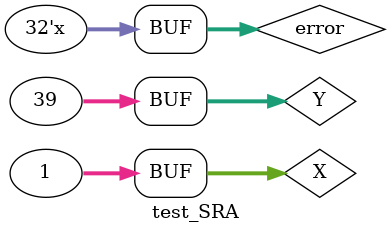
<source format=v>
`timescale 1ns / 1ps
`default_nettype none //helps catch typo-related bugs
module test_SRA();

	// Inputs
	reg signed [31:0] X; // value to be shifted
	reg signed [31:0] Y; // shifting amount

	// Outputs
	wire [31:0] Z; // shifting result

	// Instantiate the Unit Under Test (UUT)
	SRA uut (
		.X(X),
		.Y(Y),
		.Z(Z)
	);
	
	integer error = 0;

	initial begin
		//X = 0;
		//Y = 0;

		// Wait 100 ns for global reset to finish
		#100;
		
		X = 32'b10000000000000000000000000001010; // arbitrary.
		
		#50;
	
		X = 32'd321313;
		
		#50;
		
		X = 32'd0 - 32'd1;
		
		#50;
		
		X = 32'd1;
		
		$display("End of test!");

	end

	// Runs whenever x changes.
	always @(X) begin
		#1;
		case(X)
			default: begin
				// Increasing shifting amount by 1 from 0 to 38.
				for (Y = 0; Y != 32'd39; Y = Y + 1) begin
					#1;
					
					// Creates error increment. 
					if (X >>> Y != $signed(Z)) begin
						error = error + 1;
						$display("Error below when x is %b", X);
					end
					$display("X: %b, switch value=%b, output=%b . Expected %d",X, Y, $signed(Z), X >>> Y);
		
				end
			end
		endcase
	end

endmodule
`default_nettype wire //some Xilinx IP requires that the default_nettype be set to wire

</source>
